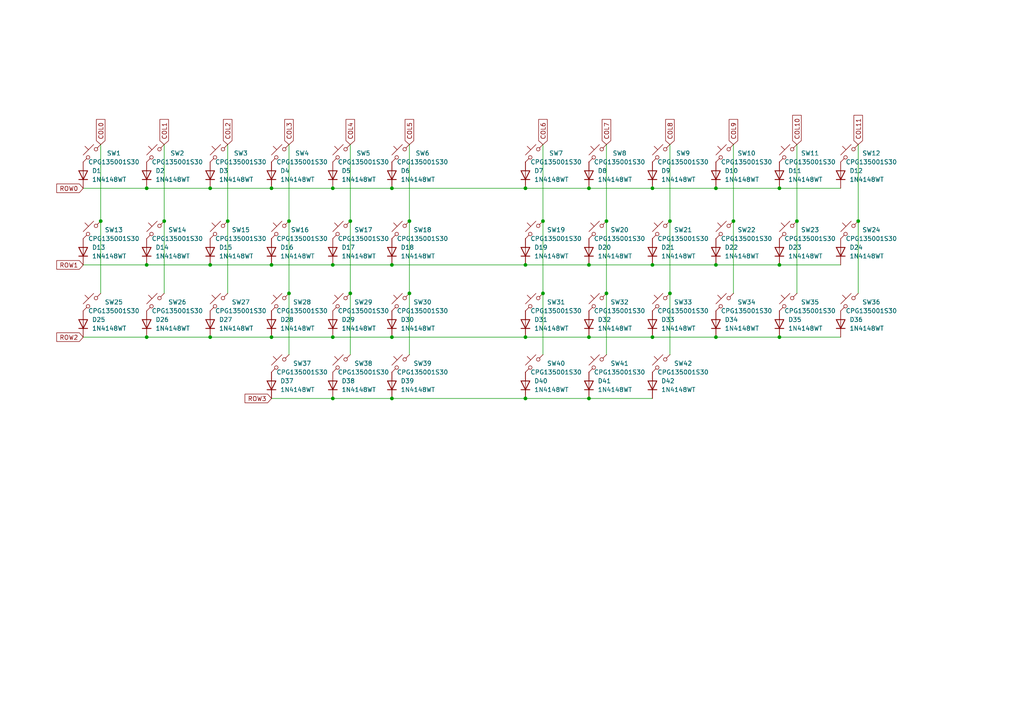
<source format=kicad_sch>
(kicad_sch (version 20230121) (generator eeschema)
  (paper "A4")
  (lib_symbols
    (symbol "Diode:1N4148WT" (pin_numbers hide) (pin_names (offset 1.016) hide)
      (property "Reference" "D" (at 0 2.54 0))
      (property "Value" "1N4148WT" (at 0 -2.54 0))
      (symbol "1N4148WT_0_1"
        (polyline (pts (xy -1.27 1.27) (xy -1.27 -1.27)) (stroke (width 0.254)))
        (polyline (pts (xy 1.27 0) (xy -1.27 0)))
        (polyline (pts (xy 1.27 1.27) (xy 1.27 -1.27) (xy -1.27 0) (xy 1.27 1.27)) (stroke (width 0.254)))
      )
      (symbol "1N4148WT_1_1"
        (pin passive line (at -3.81 0 0) (length 2.54) (name "K") (number "1"))
        (pin passive line (at 3.81 0 180) (length 2.54) (name "A") (number "2"))
      )
    )
    (symbol "Switch:SW_Push_45deg" (pin_numbers hide) (pin_names (offset 1.016) hide)
      (property "Reference" "SW" (at 3.048 1.016 0))
      (property "Value" "SW_Push_45deg" (at 0 -3.81 0))
      (symbol "SW_Push_45deg_0_1"
        (circle (center -1.1684 1.1684) (radius 0.508))
        (polyline (pts (xy -0.508 2.54) (xy 2.54 -0.508)))
        (polyline (pts (xy 1.016 1.016) (xy 2.032 2.032)))
        (polyline (pts (xy -2.54 2.54) (xy -1.524 1.524) (xy -1.524 1.524)))
        (polyline (pts (xy 1.524 -1.524) (xy 2.54 -2.54) (xy 2.54 -2.54) (xy 2.54 -2.54)))
        (circle (center 1.143 -1.1938) (radius 0.508))
        (pin passive line (at -2.54 2.54 0) (length 0) (name "1") (number "1"))
        (pin passive line (at 2.54 -2.54 180) (length 0) (name "2") (number "2"))
      )
    )
  )
  (junction (at 189.23 54.61))
  (junction (at 96.52 97.79))
  (junction (at 83.82 64.135))
  (junction (at 113.665 97.79))
  (junction (at 113.665 115.57))
  (junction (at 78.74 54.61))
  (junction (at 118.745 64.135))
  (junction (at 152.4 54.61))
  (junction (at 66.04 64.135))
  (junction (at 231.14 64.135))
  (junction (at 175.895 64.135))
  (junction (at 207.645 54.61))
  (junction (at 152.4 115.57))
  (junction (at 47.625 64.135))
  (junction (at 118.745 85.09))
  (junction (at 212.725 64.135))
  (junction (at 60.96 97.79))
  (junction (at 78.74 97.79))
  (junction (at 207.645 97.79))
  (junction (at 96.52 115.57))
  (junction (at 42.545 76.835))
  (junction (at 96.52 54.61))
  (junction (at 248.92 64.135))
  (junction (at 175.895 85.09))
  (junction (at 170.815 115.57))
  (junction (at 226.06 54.61))
  (junction (at 207.645 76.835))
  (junction (at 157.48 85.09))
  (junction (at 60.96 76.835))
  (junction (at 194.31 64.135))
  (junction (at 189.23 76.835))
  (junction (at 42.545 97.79))
  (junction (at 29.21 64.135))
  (junction (at 170.815 54.61))
  (junction (at 152.4 76.835))
  (junction (at 78.74 76.835))
  (junction (at 189.23 97.79))
  (junction (at 226.06 97.79))
  (junction (at 157.48 64.135))
  (junction (at 226.06 76.835))
  (junction (at 96.52 76.835))
  (junction (at 60.96 54.61))
  (junction (at 83.82 85.09))
  (junction (at 152.4 97.79))
  (junction (at 101.6 85.09))
  (junction (at 113.665 76.835))
  (junction (at 170.815 76.835))
  (junction (at 194.31 85.09))
  (junction (at 113.665 54.61))
  (junction (at 101.6 64.135))
  (junction (at 42.545 54.61))
  (junction (at 170.815 97.79))
  (wire (pts (xy 113.665 54.61) (xy 152.4 54.61)))
  (wire (pts (xy 212.725 64.135) (xy 212.725 85.09)))
  (wire (pts (xy 60.96 76.835) (xy 78.74 76.835)))
  (wire (pts (xy 113.665 115.57) (xy 152.4 115.57)))
  (wire (pts (xy 194.31 41.91) (xy 194.31 64.135)))
  (wire (pts (xy 118.745 85.09) (xy 118.745 102.87)))
  (wire (pts (xy 66.04 64.135) (xy 66.04 85.09)))
  (wire (pts (xy 66.04 41.91) (xy 66.04 64.135)))
  (wire (pts (xy 248.92 64.135) (xy 248.92 85.09)))
  (wire (pts (xy 78.74 115.57) (xy 96.52 115.57)))
  (wire (pts (xy 175.895 64.135) (xy 175.895 85.09)))
  (wire (pts (xy 96.52 97.79) (xy 113.665 97.79)))
  (wire (pts (xy 170.815 54.61) (xy 189.23 54.61)))
  (wire (pts (xy 189.23 97.79) (xy 207.645 97.79)))
  (wire (pts (xy 83.82 85.09) (xy 83.82 64.135)))
  (wire (pts (xy 29.21 85.09) (xy 29.21 64.135)))
  (wire (pts (xy 78.74 97.79) (xy 96.52 97.79)))
  (wire (pts (xy 170.815 76.835) (xy 189.23 76.835)))
  (wire (pts (xy 47.625 64.135) (xy 47.625 85.09)))
  (wire (pts (xy 170.815 97.79) (xy 189.23 97.79)))
  (wire (pts (xy 60.96 54.61) (xy 78.74 54.61)))
  (wire (pts (xy 113.665 97.79) (xy 152.4 97.79)))
  (wire (pts (xy 231.14 85.09) (xy 231.14 64.135)))
  (wire (pts (xy 175.895 41.91) (xy 175.895 64.135)))
  (wire (pts (xy 226.06 76.835) (xy 243.84 76.835)))
  (wire (pts (xy 248.92 41.91) (xy 248.92 64.135)))
  (wire (pts (xy 189.23 54.61) (xy 207.645 54.61)))
  (wire (pts (xy 101.6 64.135) (xy 101.6 85.09)))
  (wire (pts (xy 212.725 41.91) (xy 212.725 64.135)))
  (wire (pts (xy 207.645 97.79) (xy 226.06 97.79)))
  (wire (pts (xy 42.545 76.835) (xy 60.96 76.835)))
  (wire (pts (xy 78.74 54.61) (xy 96.52 54.61)))
  (wire (pts (xy 207.645 54.61) (xy 226.06 54.61)))
  (wire (pts (xy 157.48 41.91) (xy 157.48 64.135)))
  (wire (pts (xy 96.52 76.835) (xy 113.665 76.835)))
  (wire (pts (xy 226.06 54.61) (xy 243.84 54.61)))
  (wire (pts (xy 189.23 76.835) (xy 207.645 76.835)))
  (wire (pts (xy 24.13 76.835) (xy 42.545 76.835)))
  (wire (pts (xy 96.52 54.61) (xy 113.665 54.61)))
  (wire (pts (xy 194.31 85.09) (xy 194.31 102.87)))
  (wire (pts (xy 152.4 76.835) (xy 170.815 76.835)))
  (wire (pts (xy 152.4 97.79) (xy 170.815 97.79)))
  (wire (pts (xy 101.6 102.87) (xy 101.6 85.09)))
  (wire (pts (xy 83.82 41.91) (xy 83.82 64.135)))
  (wire (pts (xy 152.4 54.61) (xy 170.815 54.61)))
  (wire (pts (xy 175.895 85.09) (xy 175.895 102.87)))
  (wire (pts (xy 157.48 64.135) (xy 157.48 85.09)))
  (wire (pts (xy 60.96 97.79) (xy 78.74 97.79)))
  (wire (pts (xy 207.645 76.835) (xy 226.06 76.835)))
  (wire (pts (xy 113.665 76.835) (xy 152.4 76.835)))
  (wire (pts (xy 42.545 54.61) (xy 60.96 54.61)))
  (wire (pts (xy 101.6 41.91) (xy 101.6 64.135)))
  (wire (pts (xy 118.745 41.91) (xy 118.745 64.135)))
  (wire (pts (xy 47.625 41.91) (xy 47.625 64.135)))
  (wire (pts (xy 194.31 64.135) (xy 194.31 85.09)))
  (wire (pts (xy 83.82 102.87) (xy 83.82 85.09)))
  (wire (pts (xy 118.745 64.135) (xy 118.745 85.09)))
  (wire (pts (xy 42.545 97.79) (xy 60.96 97.79)))
  (wire (pts (xy 226.06 97.79) (xy 243.84 97.79)))
  (wire (pts (xy 170.815 115.57) (xy 189.23 115.57)))
  (wire (pts (xy 24.13 54.61) (xy 42.545 54.61)))
  (wire (pts (xy 231.14 41.91) (xy 231.14 64.135)))
  (wire (pts (xy 152.4 115.57) (xy 170.815 115.57)))
  (wire (pts (xy 24.13 97.79) (xy 42.545 97.79)))
  (wire (pts (xy 96.52 115.57) (xy 113.665 115.57)))
  (wire (pts (xy 157.48 85.09) (xy 157.48 102.87)))
  (wire (pts (xy 78.74 76.835) (xy 96.52 76.835)))
  (wire (pts (xy 29.21 41.91) (xy 29.21 64.135)))
  (global_label "COL1" (shape input) (at 47.625 41.91 90) (property "Intersheetrefs" "${INTERSHEET_REFS}" (effects hide)))
  (global_label "ROW0" (shape input) (at 24.13 54.61 180) (property "Intersheetrefs" "${INTERSHEET_REFS}" (effects hide)))
  (global_label "COL8" (shape input) (at 194.31 41.91 90) (property "Intersheetrefs" "${INTERSHEET_REFS}" (effects hide)))
  (global_label "COL0" (shape input) (at 29.21 41.91 90) (property "Intersheetrefs" "${INTERSHEET_REFS}" (effects hide)))
  (global_label "COL10" (shape input) (at 231.14 41.91 90) (property "Intersheetrefs" "${INTERSHEET_REFS}" (effects hide)))
  (global_label "COL4" (shape input) (at 101.6 41.91 90) (property "Intersheetrefs" "${INTERSHEET_REFS}" (effects hide)))
  (global_label "COL3" (shape input) (at 83.82 41.91 90) (property "Intersheetrefs" "${INTERSHEET_REFS}" (effects hide)))
  (global_label "COL5" (shape input) (at 118.745 41.91 90) (property "Intersheetrefs" "${INTERSHEET_REFS}" (effects hide)))
  (global_label "COL7" (shape input) (at 175.895 41.91 90) (property "Intersheetrefs" "${INTERSHEET_REFS}" (effects hide)))
  (global_label "COL2" (shape input) (at 66.04 41.91 90) (property "Intersheetrefs" "${INTERSHEET_REFS}" (effects hide)))
  (global_label "COL9" (shape input) (at 212.725 41.91 90) (property "Intersheetrefs" "${INTERSHEET_REFS}" (effects hide)))
  (global_label "COL11" (shape input) (at 248.92 41.91 90) (property "Intersheetrefs" "${INTERSHEET_REFS}" (effects hide)))
  (global_label "ROW1" (shape input) (at 24.13 76.835 180) (property "Intersheetrefs" "${INTERSHEET_REFS}" (effects hide)))
  (global_label "ROW2" (shape input) (at 24.13 97.79 180) (property "Intersheetrefs" "${INTERSHEET_REFS}" (effects hide)))
  (global_label "COL6" (shape input) (at 157.48 41.91 90) (property "Intersheetrefs" "${INTERSHEET_REFS}" (effects hide)))
  (global_label "ROW3" (shape input) (at 78.74 115.57 180) (property "Intersheetrefs" "${INTERSHEET_REFS}" (effects hide)))
  (symbol (lib_id "Switch:SW_Push_45deg") (at 116.205 66.675 0) (mirror y) (unit 1)
    (property "Reference" "SW18" (at 122.555 66.675 0))
    (property "Value" "CPG135001S30" (at 122.555 69.215 0))
    (property "Footprint" "kapee-keeb-parts:SW_choc_HS_1u" (effects hide))
  )
  (symbol (lib_id "Switch:SW_Push_45deg") (at 154.94 66.675 0) (mirror y) (unit 1)
    (property "Reference" "SW19" (at 161.29 66.675 0))
    (property "Value" "CPG135001S30" (at 161.29 69.215 0))
    (property "Footprint" "kapee-keeb-parts:SW_choc_HS_1u" (effects hide))
  )
  (symbol (lib_id "Switch:SW_Push_45deg") (at 228.6 44.45 0) (mirror y) (unit 1)
    (property "Reference" "SW11" (at 234.95 44.45 0))
    (property "Value" "CPG135001S30" (at 234.95 46.99 0))
    (property "Footprint" "kapee-keeb-parts:SW_choc_HS_1u" (effects hide))
  )
  (symbol (lib_id "Switch:SW_Push_45deg") (at 173.355 66.675 0) (mirror y) (unit 1)
    (property "Reference" "SW20" (at 179.705 66.675 0))
    (property "Value" "CPG135001S30" (at 179.705 69.215 0))
    (property "Footprint" "kapee-keeb-parts:SW_choc_HS_1u" (effects hide))
  )
  (symbol (lib_id "Diode:1N4148WT") (at 113.665 111.76 90) (unit 1)
    (property "Reference" "D39" (at 116.205 110.4899 90) (effects (justify right)))
    (property "Value" "1N4148WT" (at 116.205 113.0299 90) (effects (justify right)))
    (property "Footprint" "Diode_SMD:D_SOD-323_HandSoldering" (effects hide))
    (property "Datasheet" "https://www.diodes.com/assets/Datasheets/ds30396.pdf" (effects hide))
  )
  (symbol (lib_id "Diode:1N4148WT") (at 152.4 50.8 90) (unit 1)
    (property "Reference" "D7" (at 154.94 49.5299 90) (effects (justify right)))
    (property "Value" "1N4148WT" (at 154.94 52.0699 90) (effects (justify right)))
    (property "Footprint" "Diode_SMD:D_SOD-323_HandSoldering" (effects hide))
    (property "Datasheet" "https://www.diodes.com/assets/Datasheets/ds30396.pdf" (effects hide))
  )
  (symbol (lib_id "Switch:SW_Push_45deg") (at 45.085 44.45 0) (mirror y) (unit 1)
    (property "Reference" "SW2" (at 51.435 44.45 0))
    (property "Value" "CPG135001S30" (at 51.435 46.99 0))
    (property "Footprint" "kapee-keeb-parts:SW_choc_HS_1u" (effects hide))
  )
  (symbol (lib_id "Diode:1N4148WT") (at 170.815 50.8 90) (unit 1)
    (property "Reference" "D8" (at 173.355 49.5299 90) (effects (justify right)))
    (property "Value" "1N4148WT" (at 173.355 52.0699 90) (effects (justify right)))
    (property "Footprint" "Diode_SMD:D_SOD-323_HandSoldering" (effects hide))
    (property "Datasheet" "https://www.diodes.com/assets/Datasheets/ds30396.pdf" (effects hide))
  )
  (symbol (lib_id "Switch:SW_Push_45deg") (at 63.5 44.45 0) (mirror y) (unit 1)
    (property "Reference" "SW3" (at 69.85 44.45 0))
    (property "Value" "CPG135001S30" (at 69.85 46.99 0))
    (property "Footprint" "kapee-keeb-parts:SW_choc_HS_1u" (effects hide))
  )
  (symbol (lib_id "Diode:1N4148WT") (at 96.52 111.76 90) (unit 1)
    (property "Reference" "D38" (at 99.06 110.4899 90) (effects (justify right)))
    (property "Value" "1N4148WT" (at 99.06 113.0299 90) (effects (justify right)))
    (property "Footprint" "Diode_SMD:D_SOD-323_HandSoldering" (effects hide))
    (property "Datasheet" "https://www.diodes.com/assets/Datasheets/ds30396.pdf" (effects hide))
  )
  (symbol (lib_id "Switch:SW_Push_45deg") (at 26.67 66.675 0) (mirror y) (unit 1)
    (property "Reference" "SW13" (at 33.02 66.675 0))
    (property "Value" "CPG135001S30" (at 33.02 69.215 0))
    (property "Footprint" "kapee-keeb-parts:SW_choc_HS_1u" (effects hide))
  )
  (symbol (lib_id "Diode:1N4148WT") (at 243.84 93.98 90) (unit 1)
    (property "Reference" "D36" (at 246.38 92.7099 90) (effects (justify right)))
    (property "Value" "1N4148WT" (at 246.38 95.2499 90) (effects (justify right)))
    (property "Footprint" "Diode_SMD:D_SOD-323_HandSoldering" (effects hide))
    (property "Datasheet" "https://www.diodes.com/assets/Datasheets/ds30396.pdf" (effects hide))
  )
  (symbol (lib_id "Diode:1N4148WT") (at 207.645 50.8 90) (unit 1)
    (property "Reference" "D10" (at 210.185 49.5299 90) (effects (justify right)))
    (property "Value" "1N4148WT" (at 210.185 52.0699 90) (effects (justify right)))
    (property "Footprint" "Diode_SMD:D_SOD-323_HandSoldering" (effects hide))
    (property "Datasheet" "https://www.diodes.com/assets/Datasheets/ds30396.pdf" (effects hide))
  )
  (symbol (lib_id "Switch:SW_Push_45deg") (at 173.355 87.63 0) (mirror y) (unit 1)
    (property "Reference" "SW32" (at 179.705 87.63 0))
    (property "Value" "CPG135001S30" (at 179.705 90.17 0))
    (property "Footprint" "kapee-keeb-parts:SW_choc_HS_1u" (effects hide))
  )
  (symbol (lib_id "Switch:SW_Push_45deg") (at 99.06 105.41 0) (mirror y) (unit 1)
    (property "Reference" "SW38" (at 105.41 105.41 0))
    (property "Value" "CPG135001S30" (at 105.41 107.95 0))
    (property "Footprint" "kapee-keeb-parts:SW_choc_HS_1u" (effects hide))
  )
  (symbol (lib_id "Diode:1N4148WT") (at 96.52 50.8 90) (unit 1)
    (property "Reference" "D5" (at 99.06 49.5299 90) (effects (justify right)))
    (property "Value" "1N4148WT" (at 99.06 52.0699 90) (effects (justify right)))
    (property "Footprint" "Diode_SMD:D_SOD-323_HandSoldering" (effects hide))
    (property "Datasheet" "https://www.diodes.com/assets/Datasheets/ds30396.pdf" (effects hide))
  )
  (symbol (lib_id "Switch:SW_Push_45deg") (at 246.38 44.45 0) (mirror y) (unit 1)
    (property "Reference" "SW12" (at 252.73 44.45 0))
    (property "Value" "CPG135001S30" (at 252.73 46.99 0))
    (property "Footprint" "kapee-keeb-parts:SW_choc_HS_1u" (effects hide))
  )
  (symbol (lib_id "Diode:1N4148WT") (at 189.23 50.8 90) (unit 1)
    (property "Reference" "D9" (at 191.77 49.5299 90) (effects (justify right)))
    (property "Value" "1N4148WT" (at 191.77 52.0699 90) (effects (justify right)))
    (property "Footprint" "Diode_SMD:D_SOD-323_HandSoldering" (effects hide))
    (property "Datasheet" "https://www.diodes.com/assets/Datasheets/ds30396.pdf" (effects hide))
  )
  (symbol (lib_id "Diode:1N4148WT") (at 60.96 93.98 90) (unit 1)
    (property "Reference" "D27" (at 63.5 92.7099 90) (effects (justify right)))
    (property "Value" "1N4148WT" (at 63.5 95.2499 90) (effects (justify right)))
    (property "Footprint" "Diode_SMD:D_SOD-323_HandSoldering" (effects hide))
    (property "Datasheet" "https://www.diodes.com/assets/Datasheets/ds30396.pdf" (effects hide))
  )
  (symbol (lib_id "Diode:1N4148WT") (at 96.52 73.025 90) (unit 1)
    (property "Reference" "D17" (at 99.06 71.7549 90) (effects (justify right)))
    (property "Value" "1N4148WT" (at 99.06 74.2949 90) (effects (justify right)))
    (property "Footprint" "Diode_SMD:D_SOD-323_HandSoldering" (effects hide))
    (property "Datasheet" "https://www.diodes.com/assets/Datasheets/ds30396.pdf" (effects hide))
  )
  (symbol (lib_id "Switch:SW_Push_45deg") (at 154.94 87.63 0) (mirror y) (unit 1)
    (property "Reference" "SW31" (at 161.29 87.63 0))
    (property "Value" "CPG135001S30" (at 161.29 90.17 0))
    (property "Footprint" "kapee-keeb-parts:SW_choc_HS_1u" (effects hide))
  )
  (symbol (lib_id "Diode:1N4148WT") (at 24.13 93.98 90) (unit 1)
    (property "Reference" "D25" (at 26.67 92.7099 90) (effects (justify right)))
    (property "Value" "1N4148WT" (at 26.67 95.2499 90) (effects (justify right)))
    (property "Footprint" "Diode_SMD:D_SOD-323_HandSoldering" (effects hide))
    (property "Datasheet" "https://www.diodes.com/assets/Datasheets/ds30396.pdf" (effects hide))
  )
  (symbol (lib_id "Switch:SW_Push_45deg") (at 210.185 87.63 0) (mirror y) (unit 1)
    (property "Reference" "SW34" (at 216.535 87.63 0))
    (property "Value" "CPG135001S30" (at 216.535 90.17 0))
    (property "Footprint" "kapee-keeb-parts:SW_choc_HS_1u" (effects hide))
  )
  (symbol (lib_id "Switch:SW_Push_45deg") (at 116.205 87.63 0) (mirror y) (unit 1)
    (property "Reference" "SW30" (at 122.555 87.63 0))
    (property "Value" "CPG135001S30" (at 122.555 90.17 0))
    (property "Footprint" "kapee-keeb-parts:SW_choc_HS_1u" (effects hide))
  )
  (symbol (lib_id "Switch:SW_Push_45deg") (at 191.77 44.45 0) (mirror y) (unit 1)
    (property "Reference" "SW9" (at 198.12 44.45 0))
    (property "Value" "CPG135001S30" (at 198.12 46.99 0))
    (property "Footprint" "kapee-keeb-parts:SW_choc_HS_1u" (effects hide))
  )
  (symbol (lib_id "Switch:SW_Push_45deg") (at 154.94 105.41 0) (mirror y) (unit 1)
    (property "Reference" "SW40" (at 161.29 105.41 0))
    (property "Value" "CPG135001S30" (at 161.29 107.95 0))
    (property "Footprint" "kapee-keeb-parts:SW_choc_HS_1.5u" (effects hide))
  )
  (symbol (lib_id "Diode:1N4148WT") (at 170.815 73.025 90) (unit 1)
    (property "Reference" "D20" (at 173.355 71.7549 90) (effects (justify right)))
    (property "Value" "1N4148WT" (at 173.355 74.2949 90) (effects (justify right)))
    (property "Footprint" "Diode_SMD:D_SOD-323_HandSoldering" (effects hide))
    (property "Datasheet" "https://www.diodes.com/assets/Datasheets/ds30396.pdf" (effects hide))
  )
  (symbol (lib_id "Diode:1N4148WT") (at 24.13 50.8 90) (unit 1)
    (property "Reference" "D1" (at 26.67 49.5299 90) (effects (justify right)))
    (property "Value" "1N4148WT" (at 26.67 52.0699 90) (effects (justify right)))
    (property "Footprint" "Diode_SMD:D_SOD-323_HandSoldering" (effects hide))
    (property "Datasheet" "https://www.diodes.com/assets/Datasheets/ds30396.pdf" (effects hide))
  )
  (symbol (lib_id "Diode:1N4148WT") (at 42.545 93.98 90) (unit 1)
    (property "Reference" "D26" (at 45.085 92.7099 90) (effects (justify right)))
    (property "Value" "1N4148WT" (at 45.085 95.2499 90) (effects (justify right)))
    (property "Footprint" "Diode_SMD:D_SOD-323_HandSoldering" (effects hide))
    (property "Datasheet" "https://www.diodes.com/assets/Datasheets/ds30396.pdf" (effects hide))
  )
  (symbol (lib_id "Switch:SW_Push_45deg") (at 81.28 66.675 0) (mirror y) (unit 1)
    (property "Reference" "SW16" (at 86.995 66.675 0))
    (property "Value" "CPG135001S30" (at 87.63 69.215 0))
    (property "Footprint" "kapee-keeb-parts:SW_choc_HS_1u" (effects hide))
  )
  (symbol (lib_id "Switch:SW_Push_45deg") (at 26.67 87.63 0) (mirror y) (unit 1)
    (property "Reference" "SW25" (at 33.02 87.63 0))
    (property "Value" "CPG135001S30" (at 33.02 90.17 0))
    (property "Footprint" "kapee-keeb-parts:SW_choc_HS_1u" (effects hide))
  )
  (symbol (lib_id "Switch:SW_Push_45deg") (at 81.28 87.63 0) (mirror y) (unit 1)
    (property "Reference" "SW28" (at 87.63 87.63 0))
    (property "Value" "CPG135001S30" (at 87.63 90.17 0))
    (property "Footprint" "kapee-keeb-parts:SW_choc_HS_1u" (effects hide))
  )
  (symbol (lib_id "Diode:1N4148WT") (at 113.665 93.98 90) (unit 1)
    (property "Reference" "D30" (at 116.205 92.7099 90) (effects (justify right)))
    (property "Value" "1N4148WT" (at 116.205 95.2499 90) (effects (justify right)))
    (property "Footprint" "Diode_SMD:D_SOD-323_HandSoldering" (effects hide))
    (property "Datasheet" "https://www.diodes.com/assets/Datasheets/ds30396.pdf" (effects hide))
  )
  (symbol (lib_id "Switch:SW_Push_45deg") (at 210.185 44.45 0) (mirror y) (unit 1)
    (property "Reference" "SW10" (at 216.535 44.45 0))
    (property "Value" "CPG135001S30" (at 216.535 46.99 0))
    (property "Footprint" "kapee-keeb-parts:SW_choc_HS_1u" (effects hide))
  )
  (symbol (lib_id "Diode:1N4148WT") (at 113.665 73.025 90) (unit 1)
    (property "Reference" "D18" (at 116.205 71.7549 90) (effects (justify right)))
    (property "Value" "1N4148WT" (at 116.205 74.2949 90) (effects (justify right)))
    (property "Footprint" "Diode_SMD:D_SOD-323_HandSoldering" (effects hide))
    (property "Datasheet" "https://www.diodes.com/assets/Datasheets/ds30396.pdf" (effects hide))
  )
  (symbol (lib_id "Diode:1N4148WT") (at 42.545 73.025 90) (unit 1)
    (property "Reference" "D14" (at 45.085 71.7549 90) (effects (justify right)))
    (property "Value" "1N4148WT" (at 45.085 74.2949 90) (effects (justify right)))
    (property "Footprint" "Diode_SMD:D_SOD-323_HandSoldering" (effects hide))
    (property "Datasheet" "https://www.diodes.com/assets/Datasheets/ds30396.pdf" (effects hide))
  )
  (symbol (lib_id "Diode:1N4148WT") (at 113.665 50.8 90) (unit 1)
    (property "Reference" "D6" (at 116.205 49.5299 90) (effects (justify right)))
    (property "Value" "1N4148WT" (at 116.205 52.0699 90) (effects (justify right)))
    (property "Footprint" "Diode_SMD:D_SOD-323_HandSoldering" (effects hide))
    (property "Datasheet" "https://www.diodes.com/assets/Datasheets/ds30396.pdf" (effects hide))
  )
  (symbol (lib_id "Switch:SW_Push_45deg") (at 191.77 105.41 0) (mirror y) (unit 1)
    (property "Reference" "SW42" (at 198.12 105.41 0))
    (property "Value" "CPG135001S30" (at 198.12 107.95 0))
    (property "Footprint" "kapee-keeb-parts:SW_choc_HS_1u" (effects hide))
  )
  (symbol (lib_id "Diode:1N4148WT") (at 189.23 73.025 90) (unit 1)
    (property "Reference" "D21" (at 191.77 71.7549 90) (effects (justify right)))
    (property "Value" "1N4148WT" (at 191.77 74.2949 90) (effects (justify right)))
    (property "Footprint" "Diode_SMD:D_SOD-323_HandSoldering" (effects hide))
    (property "Datasheet" "https://www.diodes.com/assets/Datasheets/ds30396.pdf" (effects hide))
  )
  (symbol (lib_id "Diode:1N4148WT") (at 78.74 50.8 90) (unit 1)
    (property "Reference" "D4" (at 81.28 49.5299 90) (effects (justify right)))
    (property "Value" "1N4148WT" (at 81.28 52.0699 90) (effects (justify right)))
    (property "Footprint" "Diode_SMD:D_SOD-323_HandSoldering" (effects hide))
    (property "Datasheet" "https://www.diodes.com/assets/Datasheets/ds30396.pdf" (effects hide))
  )
  (symbol (lib_id "Switch:SW_Push_45deg") (at 99.06 44.45 0) (mirror y) (unit 1)
    (property "Reference" "SW5" (at 105.41 44.45 0))
    (property "Value" "CPG135001S30" (at 105.41 46.99 0))
    (property "Footprint" "kapee-keeb-parts:SW_choc_HS_1u" (effects hide))
  )
  (symbol (lib_id "Switch:SW_Push_45deg") (at 99.06 87.63 0) (mirror y) (unit 1)
    (property "Reference" "SW29" (at 105.41 87.63 0))
    (property "Value" "CPG135001S30" (at 105.41 90.17 0))
    (property "Footprint" "kapee-keeb-parts:SW_choc_HS_1u" (effects hide))
  )
  (symbol (lib_id "Switch:SW_Push_45deg") (at 210.185 66.675 0) (mirror y) (unit 1)
    (property "Reference" "SW22" (at 216.535 66.675 0))
    (property "Value" "CPG135001S30" (at 216.535 69.215 0))
    (property "Footprint" "kapee-keeb-parts:SW_choc_HS_1u" (effects hide))
  )
  (symbol (lib_id "Diode:1N4148WT") (at 189.23 93.98 90) (unit 1)
    (property "Reference" "D33" (at 191.77 92.7099 90) (effects (justify right)))
    (property "Value" "1N4148WT" (at 191.77 95.2499 90) (effects (justify right)))
    (property "Footprint" "Diode_SMD:D_SOD-323_HandSoldering" (effects hide))
    (property "Datasheet" "https://www.diodes.com/assets/Datasheets/ds30396.pdf" (effects hide))
  )
  (symbol (lib_id "Switch:SW_Push_45deg") (at 173.355 105.41 0) (mirror y) (unit 1)
    (property "Reference" "SW41" (at 179.705 105.41 0))
    (property "Value" "CPG135001S30" (at 179.705 107.95 0))
    (property "Footprint" "kapee-keeb-parts:SW_choc_HS_1u" (effects hide))
  )
  (symbol (lib_id "Diode:1N4148WT") (at 60.96 50.8 90) (unit 1)
    (property "Reference" "D3" (at 63.5 49.5299 90) (effects (justify right)))
    (property "Value" "1N4148WT" (at 63.5 52.0699 90) (effects (justify right)))
    (property "Footprint" "Diode_SMD:D_SOD-323_HandSoldering" (effects hide))
    (property "Datasheet" "https://www.diodes.com/assets/Datasheets/ds30396.pdf" (effects hide))
  )
  (symbol (lib_id "Switch:SW_Push_45deg") (at 63.5 87.63 0) (mirror y) (unit 1)
    (property "Reference" "SW27" (at 69.85 87.63 0))
    (property "Value" "CPG135001S30" (at 69.85 90.17 0))
    (property "Footprint" "kapee-keeb-parts:SW_choc_HS_1u" (effects hide))
  )
  (symbol (lib_id "Diode:1N4148WT") (at 226.06 93.98 90) (unit 1)
    (property "Reference" "D35" (at 228.6 92.7099 90) (effects (justify right)))
    (property "Value" "1N4148WT" (at 228.6 95.2499 90) (effects (justify right)))
    (property "Footprint" "Diode_SMD:D_SOD-323_HandSoldering" (effects hide))
    (property "Datasheet" "https://www.diodes.com/assets/Datasheets/ds30396.pdf" (effects hide))
  )
  (symbol (lib_id "Switch:SW_Push_45deg") (at 246.38 87.63 0) (mirror y) (unit 1)
    (property "Reference" "SW36" (at 252.73 87.63 0))
    (property "Value" "CPG135001S30" (at 252.73 90.17 0))
    (property "Footprint" "kapee-keeb-parts:SW_choc_HS_1u" (effects hide))
  )
  (symbol (lib_id "Switch:SW_Push_45deg") (at 45.085 66.675 0) (mirror y) (unit 1)
    (property "Reference" "SW14" (at 51.435 66.675 0))
    (property "Value" "CPG135001S30" (at 51.435 69.215 0))
    (property "Footprint" "kapee-keeb-parts:SW_choc_HS_1u" (effects hide))
  )
  (symbol (lib_id "Switch:SW_Push_45deg") (at 154.94 44.45 0) (mirror y) (unit 1)
    (property "Reference" "SW7" (at 161.29 44.45 0))
    (property "Value" "CPG135001S30" (at 161.29 46.99 0))
    (property "Footprint" "kapee-keeb-parts:SW_choc_HS_1u" (effects hide))
  )
  (symbol (lib_id "Diode:1N4148WT") (at 60.96 73.025 90) (unit 1)
    (property "Reference" "D15" (at 63.5 71.7549 90) (effects (justify right)))
    (property "Value" "1N4148WT" (at 63.5 74.2949 90) (effects (justify right)))
    (property "Footprint" "Diode_SMD:D_SOD-323_HandSoldering" (effects hide))
    (property "Datasheet" "https://www.diodes.com/assets/Datasheets/ds30396.pdf" (effects hide))
  )
  (symbol (lib_id "Diode:1N4148WT") (at 226.06 73.025 90) (unit 1)
    (property "Reference" "D23" (at 228.6 71.7549 90) (effects (justify right)))
    (property "Value" "1N4148WT" (at 228.6 74.2949 90) (effects (justify right)))
    (property "Footprint" "Diode_SMD:D_SOD-323_HandSoldering" (effects hide))
    (property "Datasheet" "https://www.diodes.com/assets/Datasheets/ds30396.pdf" (effects hide))
  )
  (symbol (lib_id "Diode:1N4148WT") (at 78.74 93.98 90) (unit 1)
    (property "Reference" "D28" (at 81.28 92.7099 90) (effects (justify right)))
    (property "Value" "1N4148WT" (at 81.28 95.2499 90) (effects (justify right)))
    (property "Footprint" "Diode_SMD:D_SOD-323_HandSoldering" (effects hide))
    (property "Datasheet" "https://www.diodes.com/assets/Datasheets/ds30396.pdf" (effects hide))
  )
  (symbol (lib_id "Switch:SW_Push_45deg") (at 99.06 66.675 0) (mirror y) (unit 1)
    (property "Reference" "SW17" (at 105.41 66.675 0))
    (property "Value" "CPG135001S30" (at 105.41 69.215 0))
    (property "Footprint" "kapee-keeb-parts:SW_choc_HS_1u" (effects hide))
  )
  (symbol (lib_id "Diode:1N4148WT") (at 78.74 111.76 90) (unit 1)
    (property "Reference" "D37" (at 81.28 110.4899 90) (effects (justify right)))
    (property "Value" "1N4148WT" (at 81.28 113.0299 90) (effects (justify right)))
    (property "Footprint" "Diode_SMD:D_SOD-323_HandSoldering" (effects hide))
    (property "Datasheet" "https://www.diodes.com/assets/Datasheets/ds30396.pdf" (effects hide))
  )
  (symbol (lib_id "Diode:1N4148WT") (at 78.74 73.025 90) (unit 1)
    (property "Reference" "D16" (at 81.28 71.7549 90) (effects (justify right)))
    (property "Value" "1N4148WT" (at 81.28 74.2949 90) (effects (justify right)))
    (property "Footprint" "Diode_SMD:D_SOD-323_HandSoldering" (effects hide))
    (property "Datasheet" "https://www.diodes.com/assets/Datasheets/ds30396.pdf" (effects hide))
  )
  (symbol (lib_id "Switch:SW_Push_45deg") (at 63.5 66.675 0) (mirror y) (unit 1)
    (property "Reference" "SW15" (at 69.85 66.675 0))
    (property "Value" "CPG135001S30" (at 69.85 69.215 0))
    (property "Footprint" "kapee-keeb-parts:SW_choc_HS_1u" (effects hide))
  )
  (symbol (lib_id "Switch:SW_Push_45deg") (at 81.28 44.45 0) (mirror y) (unit 1)
    (property "Reference" "SW4" (at 87.63 44.45 0))
    (property "Value" "CPG135001S30" (at 87.63 46.99 0))
    (property "Footprint" "kapee-keeb-parts:SW_choc_HS_1u" (effects hide))
  )
  (symbol (lib_id "Switch:SW_Push_45deg") (at 45.085 87.63 0) (mirror y) (unit 1)
    (property "Reference" "SW26" (at 51.435 87.63 0))
    (property "Value" "CPG135001S30" (at 51.435 90.17 0))
    (property "Footprint" "kapee-keeb-parts:SW_choc_HS_1u" (effects hide))
  )
  (symbol (lib_id "Diode:1N4148WT") (at 42.545 50.8 90) (unit 1)
    (property "Reference" "D2" (at 45.085 49.5299 90) (effects (justify right)))
    (property "Value" "1N4148WT" (at 45.085 52.0699 90) (effects (justify right)))
    (property "Footprint" "Diode_SMD:D_SOD-323_HandSoldering" (effects hide))
    (property "Datasheet" "https://www.diodes.com/assets/Datasheets/ds30396.pdf" (effects hide))
  )
  (symbol (lib_id "Diode:1N4148WT") (at 207.645 93.98 90) (unit 1)
    (property "Reference" "D34" (at 210.185 92.7099 90) (effects (justify right)))
    (property "Value" "1N4148WT" (at 210.185 95.2499 90) (effects (justify right)))
    (property "Footprint" "Diode_SMD:D_SOD-323_HandSoldering" (effects hide))
    (property "Datasheet" "https://www.diodes.com/assets/Datasheets/ds30396.pdf" (effects hide))
  )
  (symbol (lib_id "Switch:SW_Push_45deg") (at 116.205 44.45 0) (mirror y) (unit 1)
    (property "Reference" "SW6" (at 122.555 44.45 0))
    (property "Value" "CPG135001S30" (at 122.555 46.99 0))
    (property "Footprint" "kapee-keeb-parts:SW_choc_HS_1u" (effects hide))
  )
  (symbol (lib_id "Diode:1N4148WT") (at 207.645 73.025 90) (unit 1)
    (property "Reference" "D22" (at 210.185 71.7549 90) (effects (justify right)))
    (property "Value" "1N4148WT" (at 210.185 74.2949 90) (effects (justify right)))
    (property "Footprint" "Diode_SMD:D_SOD-323_HandSoldering" (effects hide))
    (property "Datasheet" "https://www.diodes.com/assets/Datasheets/ds30396.pdf" (effects hide))
  )
  (symbol (lib_id "Diode:1N4148WT") (at 152.4 93.98 90) (unit 1)
    (property "Reference" "D31" (at 154.94 92.7099 90) (effects (justify right)))
    (property "Value" "1N4148WT" (at 154.94 95.2499 90) (effects (justify right)))
    (property "Footprint" "Diode_SMD:D_SOD-323_HandSoldering" (effects hide))
    (property "Datasheet" "https://www.diodes.com/assets/Datasheets/ds30396.pdf" (effects hide))
  )
  (symbol (lib_id "Switch:SW_Push_45deg") (at 26.67 44.45 0) (mirror y) (unit 1)
    (property "Reference" "SW1" (at 33.02 44.45 0))
    (property "Value" "CPG135001S30" (at 33.02 46.99 0))
    (property "Footprint" "kapee-keeb-parts:SW_choc_HS_1u" (effects hide))
  )
  (symbol (lib_id "Diode:1N4148WT") (at 170.815 93.98 90) (unit 1)
    (property "Reference" "D32" (at 173.355 92.7099 90) (effects (justify right)))
    (property "Value" "1N4148WT" (at 173.355 95.2499 90) (effects (justify right)))
    (property "Footprint" "Diode_SMD:D_SOD-323_HandSoldering" (effects hide))
    (property "Datasheet" "https://www.diodes.com/assets/Datasheets/ds30396.pdf" (effects hide))
  )
  (symbol (lib_id "Diode:1N4148WT") (at 152.4 111.76 90) (unit 1)
    (property "Reference" "D40" (at 154.94 110.4899 90) (effects (justify right)))
    (property "Value" "1N4148WT" (at 154.94 113.0299 90) (effects (justify right)))
    (property "Footprint" "Diode_SMD:D_SOD-323_HandSoldering" (effects hide))
    (property "Datasheet" "https://www.diodes.com/assets/Datasheets/ds30396.pdf" (effects hide))
  )
  (symbol (lib_id "Diode:1N4148WT") (at 24.13 73.025 90) (unit 1)
    (property "Reference" "D13" (at 26.67 71.7549 90) (effects (justify right)))
    (property "Value" "1N4148WT" (at 26.67 74.2949 90) (effects (justify right)))
    (property "Footprint" "Diode_SMD:D_SOD-323_HandSoldering" (effects hide))
    (property "Datasheet" "https://www.diodes.com/assets/Datasheets/ds30396.pdf" (effects hide))
  )
  (symbol (lib_id "Diode:1N4148WT") (at 189.23 111.76 90) (unit 1)
    (property "Reference" "D42" (at 191.77 110.4899 90) (effects (justify right)))
    (property "Value" "1N4148WT" (at 191.77 113.0299 90) (effects (justify right)))
    (property "Footprint" "Diode_SMD:D_SOD-323_HandSoldering" (effects hide))
    (property "Datasheet" "https://www.diodes.com/assets/Datasheets/ds30396.pdf" (effects hide))
  )
  (symbol (lib_id "Switch:SW_Push_45deg") (at 81.28 105.41 0) (mirror y) (unit 1)
    (property "Reference" "SW37" (at 87.63 105.41 0))
    (property "Value" "CPG135001S30" (at 87.63 107.95 0))
    (property "Footprint" "kapee-keeb-parts:SW_choc_HS_1u" (effects hide))
  )
  (symbol (lib_id "Switch:SW_Push_45deg") (at 191.77 87.63 0) (mirror y) (unit 1)
    (property "Reference" "SW33" (at 198.12 87.63 0))
    (property "Value" "CPG135001S30" (at 198.12 90.17 0))
    (property "Footprint" "kapee-keeb-parts:SW_choc_HS_1u" (effects hide))
  )
  (symbol (lib_id "Diode:1N4148WT") (at 243.84 50.8 90) (unit 1)
    (property "Reference" "D12" (at 246.38 49.5299 90) (effects (justify right)))
    (property "Value" "1N4148WT" (at 246.38 52.0699 90) (effects (justify right)))
    (property "Footprint" "Diode_SMD:D_SOD-323_HandSoldering" (effects hide))
    (property "Datasheet" "https://www.diodes.com/assets/Datasheets/ds30396.pdf" (effects hide))
  )
  (symbol (lib_id "Diode:1N4148WT") (at 226.06 50.8 90) (unit 1)
    (property "Reference" "D11" (at 228.6 49.5299 90) (effects (justify right)))
    (property "Value" "1N4148WT" (at 228.6 52.0699 90) (effects (justify right)))
    (property "Footprint" "Diode_SMD:D_SOD-323_HandSoldering" (effects hide))
    (property "Datasheet" "https://www.diodes.com/assets/Datasheets/ds30396.pdf" (effects hide))
  )
  (symbol (lib_id "Diode:1N4148WT") (at 152.4 73.025 90) (unit 1)
    (property "Reference" "D19" (at 154.94 71.7549 90) (effects (justify right)))
    (property "Value" "1N4148WT" (at 154.94 74.2949 90) (effects (justify right)))
    (property "Footprint" "Diode_SMD:D_SOD-323_HandSoldering" (effects hide))
    (property "Datasheet" "https://www.diodes.com/assets/Datasheets/ds30396.pdf" (effects hide))
  )
  (symbol (lib_id "Switch:SW_Push_45deg") (at 228.6 87.63 0) (mirror y) (unit 1)
    (property "Reference" "SW35" (at 234.95 87.63 0))
    (property "Value" "CPG135001S30" (at 234.95 90.17 0))
    (property "Footprint" "kapee-keeb-parts:SW_choc_HS_1u" (effects hide))
  )
  (symbol (lib_id "Switch:SW_Push_45deg") (at 191.77 66.675 0) (mirror y) (unit 1)
    (property "Reference" "SW21" (at 198.12 66.675 0))
    (property "Value" "CPG135001S30" (at 198.12 69.215 0))
    (property "Footprint" "kapee-keeb-parts:SW_choc_HS_1u" (effects hide))
  )
  (symbol (lib_id "Diode:1N4148WT") (at 243.84 73.025 90) (unit 1)
    (property "Reference" "D24" (at 246.38 71.7549 90) (effects (justify right)))
    (property "Value" "1N4148WT" (at 246.38 74.2949 90) (effects (justify right)))
    (property "Footprint" "Diode_SMD:D_SOD-323_HandSoldering" (effects hide))
    (property "Datasheet" "https://www.diodes.com/assets/Datasheets/ds30396.pdf" (effects hide))
  )
  (symbol (lib_id "Switch:SW_Push_45deg") (at 173.355 44.45 0) (mirror y) (unit 1)
    (property "Reference" "SW8" (at 179.705 44.45 0))
    (property "Value" "CPG135001S30" (at 179.705 46.99 0))
    (property "Footprint" "kapee-keeb-parts:SW_choc_HS_1u" (effects hide))
  )
  (symbol (lib_id "Switch:SW_Push_45deg") (at 116.205 105.41 0) (mirror y) (unit 1)
    (property "Reference" "SW39" (at 122.555 105.41 0))
    (property "Value" "CPG135001S30" (at 122.555 107.95 0))
    (property "Footprint" "kapee-keeb-parts:SW_choc_HS_1.5u" (effects hide))
  )
  (symbol (lib_id "Diode:1N4148WT") (at 170.815 111.76 90) (unit 1)
    (property "Reference" "D41" (at 173.355 110.4899 90) (effects (justify right)))
    (property "Value" "1N4148WT" (at 173.355 113.0299 90) (effects (justify right)))
    (property "Footprint" "Diode_SMD:D_SOD-323_HandSoldering" (effects hide))
    (property "Datasheet" "https://www.diodes.com/assets/Datasheets/ds30396.pdf" (effects hide))
  )
  (symbol (lib_id "Diode:1N4148WT") (at 96.52 93.98 90) (unit 1)
    (property "Reference" "D29" (at 99.06 92.7099 90) (effects (justify right)))
    (property "Value" "1N4148WT" (at 99.06 95.2499 90) (effects (justify right)))
    (property "Footprint" "Diode_SMD:D_SOD-323_HandSoldering" (effects hide))
    (property "Datasheet" "https://www.diodes.com/assets/Datasheets/ds30396.pdf" (effects hide))
  )
  (symbol (lib_id "Switch:SW_Push_45deg") (at 246.38 66.675 0) (mirror y) (unit 1)
    (property "Reference" "SW24" (at 252.73 66.675 0))
    (property "Value" "CPG135001S30" (at 252.73 69.215 0))
    (property "Footprint" "kapee-keeb-parts:SW_choc_HS_1u" (effects hide))
  )
  (symbol (lib_id "Switch:SW_Push_45deg") (at 228.6 66.675 0) (mirror y) (unit 1)
    (property "Reference" "SW23" (at 234.95 66.675 0))
    (property "Value" "CPG135001S30" (at 234.95 69.215 0))
    (property "Footprint" "kapee-keeb-parts:SW_choc_HS_1u" (effects hide))
  )
)
</source>
